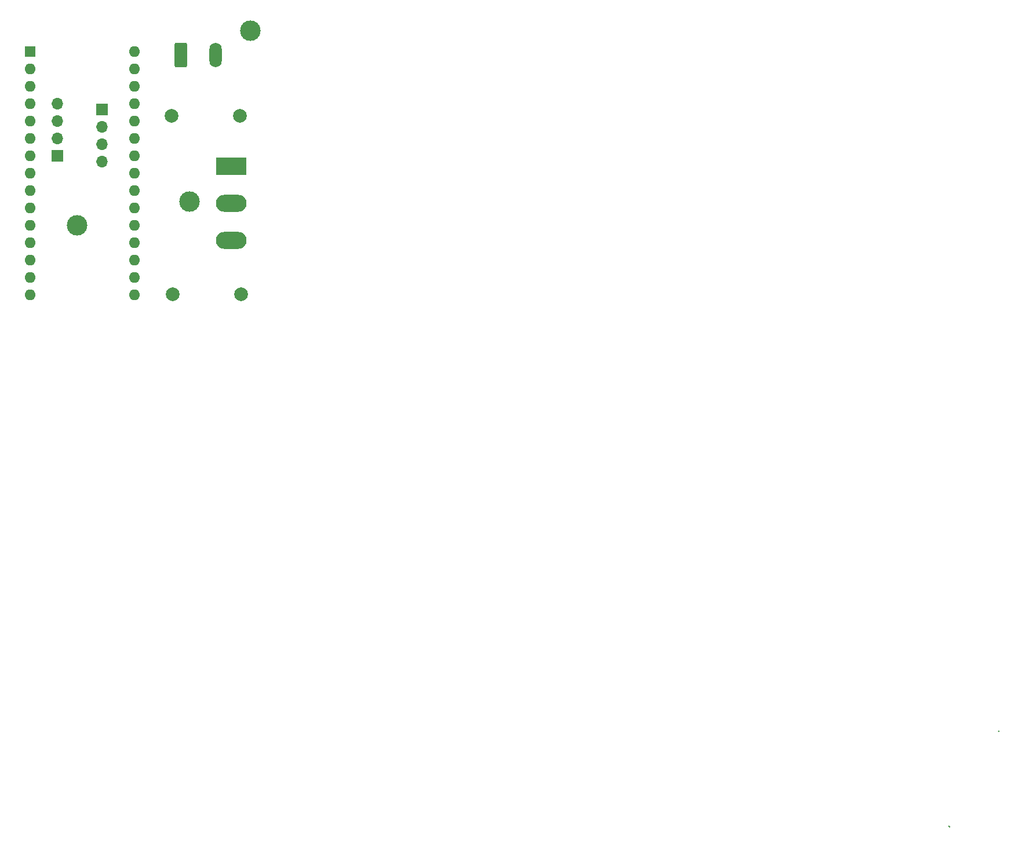
<source format=gbr>
%TF.GenerationSoftware,KiCad,Pcbnew,8.0.2*%
%TF.CreationDate,2024-06-24T16:02:41+03:00*%
%TF.ProjectId,TARTI,54415254-492e-46b6-9963-61645f706362,rev?*%
%TF.SameCoordinates,Original*%
%TF.FileFunction,Copper,L1,Top*%
%TF.FilePolarity,Positive*%
%FSLAX46Y46*%
G04 Gerber Fmt 4.6, Leading zero omitted, Abs format (unit mm)*
G04 Created by KiCad (PCBNEW 8.0.2) date 2024-06-24 16:02:41*
%MOMM*%
%LPD*%
G01*
G04 APERTURE LIST*
G04 Aperture macros list*
%AMRoundRect*
0 Rectangle with rounded corners*
0 $1 Rounding radius*
0 $2 $3 $4 $5 $6 $7 $8 $9 X,Y pos of 4 corners*
0 Add a 4 corners polygon primitive as box body*
4,1,4,$2,$3,$4,$5,$6,$7,$8,$9,$2,$3,0*
0 Add four circle primitives for the rounded corners*
1,1,$1+$1,$2,$3*
1,1,$1+$1,$4,$5*
1,1,$1+$1,$6,$7*
1,1,$1+$1,$8,$9*
0 Add four rect primitives between the rounded corners*
20,1,$1+$1,$2,$3,$4,$5,0*
20,1,$1+$1,$4,$5,$6,$7,0*
20,1,$1+$1,$6,$7,$8,$9,0*
20,1,$1+$1,$8,$9,$2,$3,0*%
G04 Aperture macros list end*
%TA.AperFunction,ComponentPad*%
%ADD10R,1.700000X1.700000*%
%TD*%
%TA.AperFunction,ComponentPad*%
%ADD11O,1.700000X1.700000*%
%TD*%
%TA.AperFunction,ComponentPad*%
%ADD12C,2.000000*%
%TD*%
%TA.AperFunction,ComponentPad*%
%ADD13R,1.600000X1.600000*%
%TD*%
%TA.AperFunction,ComponentPad*%
%ADD14O,1.600000X1.600000*%
%TD*%
%TA.AperFunction,ComponentPad*%
%ADD15RoundRect,0.250000X-0.650000X-1.550000X0.650000X-1.550000X0.650000X1.550000X-0.650000X1.550000X0*%
%TD*%
%TA.AperFunction,ComponentPad*%
%ADD16O,1.800000X3.600000*%
%TD*%
%TA.AperFunction,ComponentPad*%
%ADD17R,4.500000X2.500000*%
%TD*%
%TA.AperFunction,ComponentPad*%
%ADD18O,4.500000X2.500000*%
%TD*%
%TA.AperFunction,ViaPad*%
%ADD19C,3.000000*%
%TD*%
%TA.AperFunction,ViaPad*%
%ADD20C,0.600000*%
%TD*%
%TA.AperFunction,Conductor*%
%ADD21C,0.200000*%
%TD*%
G04 APERTURE END LIST*
D10*
%TO.P,J2,1,Pin_1*%
%TO.N,GND*%
X14173200Y32461200D03*
D11*
%TO.P,J2,2,Pin_2*%
%TO.N,5V*%
X14173200Y29921200D03*
%TO.P,J2,3,Pin_3*%
%TO.N,A4*%
X14173200Y27381200D03*
%TO.P,J2,4,Pin_4*%
%TO.N,A5*%
X14173200Y24841200D03*
%TD*%
D10*
%TO.P,J1,1,Pin_1*%
%TO.N,5V*%
X7620000Y25704800D03*
D11*
%TO.P,J1,2,Pin_2*%
%TO.N,D2*%
X7620000Y28244800D03*
%TO.P,J1,3,Pin_3*%
%TO.N,D3*%
X7620000Y30784800D03*
%TO.P,J1,4,Pin_4*%
%TO.N,GND*%
X7620000Y33324800D03*
%TD*%
D12*
%TO.P,C1,1*%
%TO.N,Vgiri\u015F*%
X24320400Y31581000D03*
%TO.P,C1,2*%
%TO.N,GND*%
X34320400Y31581000D03*
%TD*%
%TO.P,C2,1*%
%TO.N,Vin*%
X24469000Y5495200D03*
%TO.P,C2,2*%
%TO.N,GND*%
X34469000Y5495200D03*
%TD*%
D13*
%TO.P,A1,1,D1/TX*%
%TO.N,unconnected-(A1-D1{slash}TX-Pad1)*%
X3606800Y40944800D03*
D14*
%TO.P,A1,2,D0/RX*%
%TO.N,unconnected-(A1-D0{slash}RX-Pad2)*%
X3606800Y38404800D03*
%TO.P,A1,3,~{RESET}*%
%TO.N,unconnected-(A1-~{RESET}-Pad3)*%
X3606800Y35864800D03*
%TO.P,A1,4,GND*%
%TO.N,GND*%
X3606800Y33324800D03*
%TO.P,A1,5,D2*%
%TO.N,D3*%
X3606800Y30784800D03*
%TO.P,A1,6,D3*%
%TO.N,D2*%
X3606800Y28244800D03*
%TO.P,A1,7,D4*%
%TO.N,unconnected-(A1-D4-Pad7)*%
X3606800Y25704800D03*
%TO.P,A1,8,D5*%
%TO.N,unconnected-(A1-D5-Pad8)*%
X3606800Y23164800D03*
%TO.P,A1,9,D6*%
%TO.N,unconnected-(A1-D6-Pad9)*%
X3606800Y20624800D03*
%TO.P,A1,10,D7*%
%TO.N,unconnected-(A1-D7-Pad10)*%
X3606800Y18084800D03*
%TO.P,A1,11,D8*%
%TO.N,unconnected-(A1-D8-Pad11)*%
X3606800Y15544800D03*
%TO.P,A1,12,D9*%
%TO.N,unconnected-(A1-D9-Pad12)*%
X3606800Y13004800D03*
%TO.P,A1,13,D10*%
%TO.N,unconnected-(A1-D10-Pad13)*%
X3606800Y10464800D03*
%TO.P,A1,14,D11*%
%TO.N,unconnected-(A1-D11-Pad14)*%
X3606800Y7924800D03*
%TO.P,A1,15,D12*%
%TO.N,unconnected-(A1-D12-Pad15)*%
X3606800Y5384800D03*
%TO.P,A1,16,D13*%
%TO.N,unconnected-(A1-D13-Pad16)*%
X18846800Y5384800D03*
%TO.P,A1,17,3V3*%
%TO.N,unconnected-(A1-3V3-Pad17)*%
X18846800Y7924800D03*
%TO.P,A1,18,AREF*%
%TO.N,unconnected-(A1-AREF-Pad18)*%
X18846800Y10464800D03*
%TO.P,A1,19,A0*%
%TO.N,unconnected-(A1-A0-Pad19)*%
X18846800Y13004800D03*
%TO.P,A1,20,A1*%
%TO.N,unconnected-(A1-A1-Pad20)*%
X18846800Y15544800D03*
%TO.P,A1,21,A2*%
%TO.N,unconnected-(A1-A2-Pad21)*%
X18846800Y18084800D03*
%TO.P,A1,22,A3*%
%TO.N,unconnected-(A1-A3-Pad22)*%
X18846800Y20624800D03*
%TO.P,A1,23,A4*%
%TO.N,A4*%
X18846800Y23164800D03*
%TO.P,A1,24,A5*%
%TO.N,A5*%
X18846800Y25704800D03*
%TO.P,A1,25,A6*%
%TO.N,unconnected-(A1-A6-Pad25)*%
X18846800Y28244800D03*
%TO.P,A1,26,A7*%
%TO.N,unconnected-(A1-A7-Pad26)*%
X18846800Y30784800D03*
%TO.P,A1,27,+5V*%
%TO.N,5V*%
X18846800Y33324800D03*
%TO.P,A1,28,~{RESET}*%
%TO.N,unconnected-(A1-~{RESET}-Pad28)*%
X18846800Y35864800D03*
%TO.P,A1,29,GND*%
%TO.N,GND*%
X18846800Y38404800D03*
%TO.P,A1,30,VIN*%
%TO.N,Vin*%
X18846800Y40944800D03*
%TD*%
D15*
%TO.P,J3,1,Pin_1*%
%TO.N,Vgiri\u015F*%
X25676500Y40490500D03*
D16*
%TO.P,J3,2,Pin_2*%
%TO.N,GND*%
X30756500Y40490500D03*
%TD*%
D17*
%TO.P,U1,1,VI*%
%TO.N,Vgiri\u015F*%
X32999600Y24215000D03*
D18*
%TO.P,U1,2,GND*%
%TO.N,GND*%
X32999600Y18765000D03*
%TO.P,U1,3,VO*%
%TO.N,Vin*%
X32999600Y13315000D03*
%TD*%
D19*
%TO.N,*%
X10515600Y15544800D03*
D20*
X35788600Y44043600D03*
X35788600Y44043600D03*
D19*
X26898600Y18999200D03*
X35788600Y44043600D03*
%TD*%
D21*
%TO.N,Vin*%
X145149400Y-58343800D02*
X145216800Y-58411200D01*
%TO.N,A5*%
X137825400Y-72203400D02*
X138028600Y-72406600D01*
%TD*%
M02*

</source>
